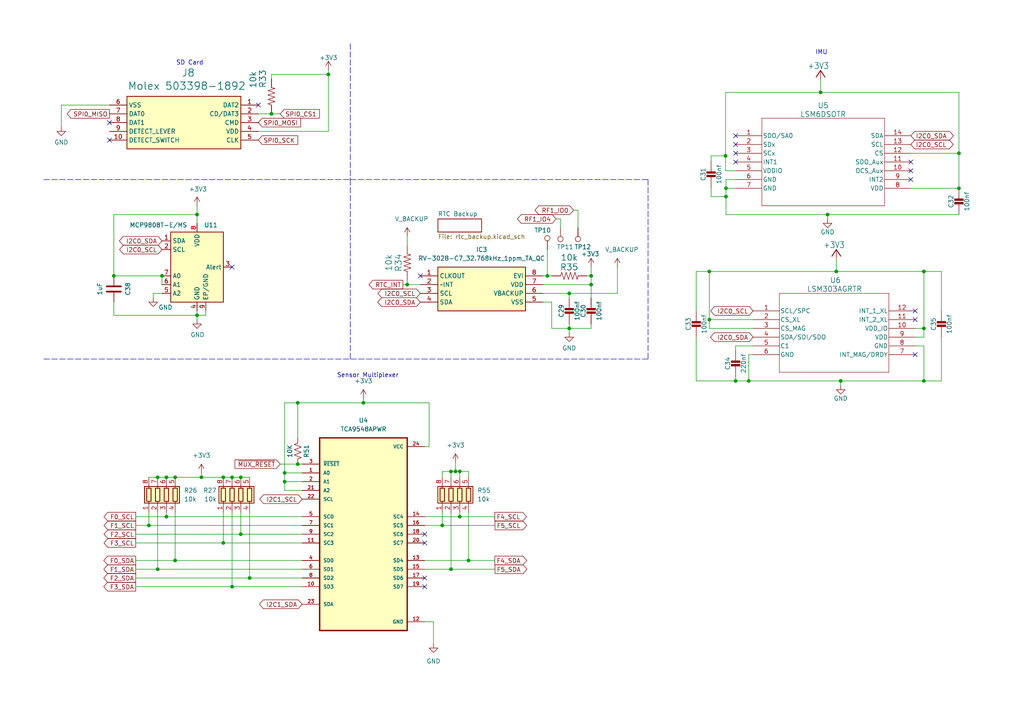
<source format=kicad_sch>
(kicad_sch (version 20231120) (generator "eeschema") (generator_version "8.0")
  (paper "A4")
  (lib_symbols
    (symbol "+3V3_1" (power) (pin_names (offset 0))
      (property "Value" "+3V3_1" (at 0 3.556 0))
      (symbol "+3V3_1_0_1"
        (polyline (pts (xy -0.762 1.27) (xy 0 2.54)))
        (polyline (pts (xy 0 0) (xy 0 2.54)))
        (polyline (pts (xy 0 2.54) (xy 0.762 1.27)))
      )
      (symbol "+3V3_1_1_1"
        (pin power_in line (at 0 0 90) (length 0) hide (name "+3V3") (number "1"))
      )
    )
    (symbol "Adafruit ItsyBitsy RP2040-eagle-import:+3V3" (power)
      (property "Value" "+3V3" (at -2.54 -5.08 90))
      (symbol "+3V3_1_0"
        (polyline (pts (xy 0 0) (xy -1.27 -1.905)) (stroke (width 0.254)))
        (polyline (pts (xy 1.27 -1.905) (xy 0 0)) (stroke (width 0.254)))
        (pin power_in line (at 0 -2.54 90) (length 2.54) (name "+3V3") (number "1"))
      )
    )
    (symbol "Adafruit ItsyBitsy RP2040-eagle-import:CAP_CERAMIC_0402NO"
      (property "Reference" "C" (at -2.29 1.25 90))
      (property "Value" "CAP_CERAMIC_0402NO" (at 2.3 1.25 90))
      (symbol "CAP_CERAMIC_0402NO_1_0"
        (rectangle (start -1.27 0.508) (end 1.27 1.016) (fill (type outline)))
        (rectangle (start -1.27 1.524) (end 1.27 2.032) (fill (type outline)))
        (polyline (pts (xy 0 0.762) (xy 0 0)) (stroke (width 0.1524)))
        (polyline (pts (xy 0 2.54) (xy 0 1.778)) (stroke (width 0.1524)))
        (pin passive line (at 0 5.08 270) (length 2.54) (name "1") (number "1"))
        (pin passive line (at 0 -2.54 90) (length 2.54) (name "2") (number "2"))
      )
    )
    (symbol "Connector:TestPoint" (pin_numbers hide) (pin_names (offset 0.762) hide)
      (property "Reference" "TP" (at 0 6.858 0))
      (property "Value" "TestPoint" (at 0 5.08 0))
      (symbol "TestPoint_0_1"
        (circle (center 0 3.302) (radius 0.762))
      )
      (symbol "TestPoint_1_1"
        (pin passive line (at 0 0 90) (length 2.54) (name "1") (number "1"))
      )
    )
    (symbol "Device:C" (pin_numbers hide) (pin_names (offset 0.254))
      (property "Reference" "C" (at 0.635 2.54 0))
      (property "Value" "C" (at 0.635 -2.54 0))
      (symbol "C_0_1"
        (polyline (pts (xy -2.032 -0.762) (xy 2.032 -0.762)) (stroke (width 0.508)))
        (polyline (pts (xy -2.032 0.762) (xy 2.032 0.762)) (stroke (width 0.508)))
      )
      (symbol "C_1_1"
        (pin passive line (at 0 3.81 270) (length 2.794) (name "~") (number "1"))
        (pin passive line (at 0 -3.81 90) (length 2.794) (name "~") (number "2"))
      )
    )
    (symbol "Device:R_Pack04" (pin_names (offset 0) hide)
      (property "Reference" "RN" (at -7.62 0 90))
      (property "Value" "R_Pack04" (at 5.08 0 90))
      (symbol "R_Pack04_0_1"
        (rectangle (start -6.35 -2.413) (end 3.81 2.413) (stroke (width 0.254)) (fill (type background)))
        (rectangle (start -5.715 1.905) (end -4.445 -1.905) (stroke (width 0.254)))
        (rectangle (start -3.175 1.905) (end -1.905 -1.905) (stroke (width 0.254)))
        (rectangle (start -0.635 1.905) (end 0.635 -1.905) (stroke (width 0.254)))
        (polyline (pts (xy -5.08 -2.54) (xy -5.08 -1.905)))
        (polyline (pts (xy -5.08 1.905) (xy -5.08 2.54)))
        (polyline (pts (xy -2.54 -2.54) (xy -2.54 -1.905)))
        (polyline (pts (xy -2.54 1.905) (xy -2.54 2.54)))
        (polyline (pts (xy 0 -2.54) (xy 0 -1.905)))
        (polyline (pts (xy 0 1.905) (xy 0 2.54)))
        (polyline (pts (xy 2.54 -2.54) (xy 2.54 -1.905)))
        (polyline (pts (xy 2.54 1.905) (xy 2.54 2.54)))
        (rectangle (start 1.905 1.905) (end 3.175 -1.905) (stroke (width 0.254)))
      )
      (symbol "R_Pack04_1_1"
        (pin passive line (at -5.08 -5.08 90) (length 2.54) (name "R1.1") (number "1"))
        (pin passive line (at -2.54 -5.08 90) (length 2.54) (name "R2.1") (number "2"))
        (pin passive line (at 0 -5.08 90) (length 2.54) (name "R3.1") (number "3"))
        (pin passive line (at 2.54 -5.08 90) (length 2.54) (name "R4.1") (number "4"))
        (pin passive line (at 2.54 5.08 270) (length 2.54) (name "R4.2") (number "5"))
        (pin passive line (at 0 5.08 270) (length 2.54) (name "R3.2") (number "6"))
        (pin passive line (at -2.54 5.08 270) (length 2.54) (name "R2.2") (number "7"))
        (pin passive line (at -5.08 5.08 270) (length 2.54) (name "R1.2") (number "8"))
      )
    )
    (symbol "Device:R_US" (pin_numbers hide) (pin_names (offset 0))
      (property "Reference" "R" (at 2.54 0 90))
      (property "Value" "R_US" (at -2.54 0 90))
      (symbol "R_US_0_1"
        (polyline (pts (xy 0 -2.286) (xy 0 -2.54)))
        (polyline (pts (xy 0 2.286) (xy 0 2.54)))
        (polyline (pts (xy 0 -0.762) (xy 1.016 -1.143) (xy 0 -1.524) (xy -1.016 -1.905) (xy 0 -2.286)))
        (polyline (pts (xy 0 0.762) (xy 1.016 0.381) (xy 0 0) (xy -1.016 -0.381) (xy 0 -0.762)))
        (polyline (pts (xy 0 2.286) (xy 1.016 1.905) (xy 0 1.524) (xy -1.016 1.143) (xy 0 0.762)))
      )
      (symbol "R_US_1_1"
        (pin passive line (at 0 3.81 270) (length 1.27) (name "~") (number "1"))
        (pin passive line (at 0 -3.81 90) (length 1.27) (name "~") (number "2"))
      )
    )
    (symbol "LSM303AGTR:LSM303AGRTR" (pin_names (offset 0.254))
      (property "Reference" "U6" (at 23.876 8.89 0))
      (property "Value" "LSM303AGRTR" (at 23.622 6.35 0))
      (symbol "LSM303AGRTR_0_1"
        (polyline (pts (xy 7.62 -17.78) (xy 39.37 -17.78)) (stroke (width 0.127)))
        (polyline (pts (xy 7.62 5.08) (xy 7.62 -17.78)) (stroke (width 0.127)))
        (polyline (pts (xy 39.37 -17.78) (xy 39.37 5.08)) (stroke (width 0.127)))
        (polyline (pts (xy 39.37 5.08) (xy 7.62 5.08)) (stroke (width 0.127)))
        (pin unspecified line (at 0 0 0) (length 7.62) (name "SCL/SPC") (number "1"))
        (pin power_in line (at 46.99 -5.08 180) (length 7.62) (name "VDD_IO") (number "10"))
        (pin unspecified line (at 46.99 -2.54 180) (length 7.62) (name "INT_2_XL") (number "11"))
        (pin unspecified line (at 46.99 0 180) (length 7.62) (name "INT_1_XL") (number "12"))
        (pin unspecified line (at 0 -2.54 0) (length 7.62) (name "CS_XL") (number "2"))
        (pin unspecified line (at 0 -5.08 0) (length 7.62) (name "CS_MAG") (number "3"))
        (pin unspecified line (at 0 -7.62 0) (length 7.62) (name "SDA/SDI/SDO") (number "4"))
        (pin unspecified line (at 0 -10.16 0) (length 7.62) (name "C1") (number "5"))
        (pin unspecified line (at 0 -12.7 0) (length 7.62) (name "GND") (number "6"))
        (pin bidirectional line (at 46.99 -12.7 180) (length 7.62) (name "INT_MAG/DRDY") (number "7"))
        (pin power_out line (at 46.99 -10.16 180) (length 7.62) (name "GND") (number "8"))
        (pin power_in line (at 46.99 -7.62 180) (length 7.62) (name "VDD") (number "9"))
      )
    )
    (symbol "LSM6DSOTR:LSM6DSOTR" (pin_names (offset 0.254))
      (property "Reference" "U" (at 25.4 10.16 0))
      (property "Value" "LSM6DSOTR" (at 25.4 7.62 0))
      (symbol "LSM6DSOTR_0_1"
        (polyline (pts (xy 7.62 -20.32) (xy 43.18 -20.32)) (stroke (width 0.127)))
        (polyline (pts (xy 7.62 5.08) (xy 7.62 -20.32)) (stroke (width 0.127)))
        (polyline (pts (xy 43.18 -20.32) (xy 43.18 5.08)) (stroke (width 0.127)))
        (polyline (pts (xy 43.18 5.08) (xy 7.62 5.08)) (stroke (width 0.127)))
        (pin bidirectional line (at 0 0 0) (length 7.62) (name "SDO/SA0") (number "1"))
        (pin bidirectional line (at 50.8 -10.16 180) (length 7.62) (name "OCS_Aux") (number "10"))
        (pin bidirectional line (at 50.8 -7.62 180) (length 7.62) (name "SDO_Aux") (number "11"))
        (pin input line (at 50.8 -5.08 180) (length 7.62) (name "CS") (number "12"))
        (pin input line (at 50.8 -2.54 180) (length 7.62) (name "SCL") (number "13"))
        (pin bidirectional line (at 50.8 0 180) (length 7.62) (name "SDA") (number "14"))
        (pin bidirectional line (at 0 -2.54 0) (length 7.62) (name "SDx") (number "2"))
        (pin bidirectional line (at 0 -5.08 0) (length 7.62) (name "SCx") (number "3"))
        (pin output line (at 0 -7.62 0) (length 7.62) (name "INT1") (number "4"))
        (pin power_in line (at 0 -10.16 0) (length 7.62) (name "VDDIO") (number "5"))
        (pin power_out line (at 0 -12.7 0) (length 7.62) (name "GND") (number "6"))
        (pin power_out line (at 0 -15.24 0) (length 7.62) (name "GND") (number "7"))
        (pin power_in line (at 50.8 -15.24 180) (length 7.62) (name "VDD") (number "8"))
        (pin output line (at 50.8 -12.7 180) (length 7.62) (name "INT2") (number "9"))
      )
    )
    (symbol "Molex 503398-1892:503398-1892"
      (property "Reference" "J" (at 39.37 7.62 0))
      (property "Value" "503398-1892" (at 39.37 5.08 0))
      (symbol "503398-1892_1_1"
        (rectangle (start 5.08 2.54) (end 38.1 -12.7) (stroke (width 0.254)) (fill (type background)))
        (pin passive line (at 0 0 0) (length 5.08) (name "DAT2") (number "1"))
        (pin passive line (at 43.18 -10.16 180) (length 5.08) (name "DETECT_SWITCH") (number "10"))
        (pin passive line (at 0 -2.54 0) (length 5.08) (name "CD/DAT3") (number "2"))
        (pin passive line (at 0 -5.08 0) (length 5.08) (name "CMD") (number "3"))
        (pin passive line (at 0 -7.62 0) (length 5.08) (name "VDD") (number "4"))
        (pin passive line (at 0 -10.16 0) (length 5.08) (name "CLK") (number "5"))
        (pin passive line (at 43.18 0 180) (length 5.08) (name "VSS") (number "6"))
        (pin passive line (at 43.18 -2.54 180) (length 5.08) (name "DAT0") (number "7"))
        (pin passive line (at 43.18 -5.08 180) (length 5.08) (name "DAT1") (number "8"))
        (pin passive line (at 43.18 -7.62 180) (length 5.08) (name "DETECT_LEVER") (number "9"))
      )
    )
    (symbol "RV-3028-C7:RV-3028-C7_32.768kHz_1ppm_TA_QC"
      (property "Reference" "IC" (at 31.75 7.62 0))
      (property "Value" "RV-3028-C7_32.768kHz_1ppm_TA_QC" (at 31.75 5.08 0))
      (symbol "RV-3028-C7_32.768kHz_1ppm_TA_QC_1_1"
        (rectangle (start 5.08 2.54) (end 30.48 -10.16) (stroke (width 0.254)) (fill (type background)))
        (pin passive line (at 0 0 0) (length 5.08) (name "CLKOUT") (number "1"))
        (pin passive line (at 0 -2.54 0) (length 5.08) (name "~INT") (number "2"))
        (pin passive line (at 0 -5.08 0) (length 5.08) (name "SCL") (number "3"))
        (pin passive line (at 0 -7.62 0) (length 5.08) (name "SDA") (number "4"))
        (pin passive line (at 35.56 -7.62 180) (length 5.08) (name "VSS") (number "5"))
        (pin passive line (at 35.56 -5.08 180) (length 5.08) (name "VBACKUP") (number "6"))
        (pin passive line (at 35.56 -2.54 180) (length 5.08) (name "VDD") (number "7"))
        (pin passive line (at 35.56 0 180) (length 5.08) (name "EVI") (number "8"))
      )
    )
    (symbol "Sensor_Temperature:MCP9808_DFN"
      (property "Reference" "U" (at -6.35 11.43 0))
      (property "Value" "MCP9808_DFN" (at 10.16 11.43 0))
      (symbol "MCP9808_DFN_0_1"
        (rectangle (start -7.62 10.16) (end 7.62 -10.16) (stroke (width 0.254)) (fill (type background)))
      )
      (symbol "MCP9808_DFN_1_1"
        (pin bidirectional line (at -10.16 7.62 0) (length 2.54) (name "SDA") (number "1"))
        (pin input line (at -10.16 5.08 0) (length 2.54) (name "SCL") (number "2"))
        (pin output line (at 10.16 0 180) (length 2.54) (name "Alert") (number "3"))
        (pin power_in line (at 0 -12.7 90) (length 2.54) (name "GND") (number "4"))
        (pin input line (at -10.16 -7.62 0) (length 2.54) (name "A2") (number "5"))
        (pin input line (at -10.16 -5.08 0) (length 2.54) (name "A1") (number "6"))
        (pin input line (at -10.16 -2.54 0) (length 2.54) (name "A0") (number "7"))
        (pin power_in line (at 0 12.7 270) (length 2.54) (name "VDD") (number "8"))
        (pin power_in line (at 2.54 -12.7 90) (length 2.54) (name "EP/GND") (number "9"))
      )
    )
    (symbol "TCA9548APWR:TCA9548APWR" (pin_names (offset 1.016))
      (property "Reference" "U" (at -12.7 28.9306 0))
      (property "Value" "TCA9548APWR" (at -12.7 -31.9278 0))
      (symbol "TCA9548APWR_0_0"
        (rectangle (start -12.7 -27.94) (end 12.7 27.94) (stroke (width 0.4064)) (fill (type background)))
        (pin input line (at -17.78 17.78 0) (length 5.08) (name "A0") (number "1"))
        (pin bidirectional line (at -17.78 -15.24 0) (length 5.08) (name "SD3") (number "10"))
        (pin bidirectional line (at -17.78 -2.54 0) (length 5.08) (name "SC3") (number "11"))
        (pin power_in line (at 17.78 -25.4 180) (length 5.08) (name "GND") (number "12"))
        (pin bidirectional line (at 17.78 -7.62 180) (length 5.08) (name "SD4") (number "13"))
        (pin bidirectional line (at 17.78 5.08 180) (length 5.08) (name "SC4") (number "14"))
        (pin bidirectional line (at 17.78 -10.16 180) (length 5.08) (name "SD5") (number "15"))
        (pin bidirectional line (at 17.78 2.54 180) (length 5.08) (name "SC5") (number "16"))
        (pin bidirectional line (at 17.78 -12.7 180) (length 5.08) (name "SD6") (number "17"))
        (pin bidirectional line (at 17.78 0 180) (length 5.08) (name "SC6") (number "18"))
        (pin bidirectional line (at 17.78 -15.24 180) (length 5.08) (name "SD7") (number "19"))
        (pin input line (at -17.78 15.24 0) (length 5.08) (name "A1") (number "2"))
        (pin bidirectional line (at 17.78 -2.54 180) (length 5.08) (name "SC7") (number "20"))
        (pin input line (at -17.78 12.7 0) (length 5.08) (name "A2") (number "21"))
        (pin input line (at -17.78 10.16 0) (length 5.08) (name "SCL") (number "22"))
        (pin bidirectional line (at -17.78 -20.32 0) (length 5.08) (name "SDA") (number "23"))
        (pin power_in line (at 17.78 25.4 180) (length 5.08) (name "VCC") (number "24"))
        (pin input line (at -17.78 20.32 0) (length 5.08) (name "~{RESET}") (number "3"))
        (pin bidirectional line (at -17.78 -7.62 0) (length 5.08) (name "SD0") (number "4"))
        (pin bidirectional line (at -17.78 5.08 0) (length 5.08) (name "SC0") (number "5"))
        (pin bidirectional line (at -17.78 -10.16 0) (length 5.08) (name "SD1") (number "6"))
        (pin bidirectional line (at -17.78 2.54 0) (length 5.08) (name "SC1") (number "7"))
        (pin bidirectional line (at -17.78 -12.7 0) (length 5.08) (name "SD2") (number "8"))
        (pin bidirectional line (at -17.78 0 0) (length 5.08) (name "SC2") (number "9"))
      )
    )
    (symbol "mainboard:RESISTOR0603" (pin_names (offset 1.016))
      (property "Reference" "R" (at 0 1.524 0))
      (property "Value" "RESISTOR0603" (at 0 -1.524 0))
      (symbol "RESISTOR0603_1_0"
        (polyline (pts (xy -2.54 0) (xy -2.159 1.016)))
        (polyline (pts (xy -2.159 1.016) (xy -1.524 -1.016)))
        (polyline (pts (xy -1.524 -1.016) (xy -0.889 1.016)))
        (polyline (pts (xy -0.889 1.016) (xy -0.254 -1.016)))
        (polyline (pts (xy -0.254 -1.016) (xy 0.381 1.016)))
        (polyline (pts (xy 0.381 1.016) (xy 1.016 -1.016)))
        (polyline (pts (xy 1.016 -1.016) (xy 1.651 1.016)))
        (polyline (pts (xy 1.651 1.016) (xy 2.286 -1.016)))
        (polyline (pts (xy 2.286 -1.016) (xy 2.54 0)))
        (pin passive line (at -5.08 0 0) (length 2.54) (name "1") (number "1"))
        (pin passive line (at 5.08 0 180) (length 2.54) (name "2") (number "2"))
      )
    )
    (symbol "power:+3V3" (power) (pin_names (offset 0))
      (property "Value" "+3V3" (at 0 3.556 0))
      (symbol "+3V3_0_1"
        (polyline (pts (xy -0.762 1.27) (xy 0 2.54)))
        (polyline (pts (xy 0 0) (xy 0 2.54)))
        (polyline (pts (xy 0 2.54) (xy 0.762 1.27)))
      )
      (symbol "+3V3_1_1"
        (pin power_in line (at 0 0 90) (length 0) hide (name "+3V3") (number "1"))
      )
    )
    (symbol "power:GND" (power) (pin_names (offset 0))
      (property "Value" "GND" (at 0 -3.81 0))
      (symbol "GND_0_1"
        (polyline (pts (xy 0 0) (xy 0 -1.27) (xy 1.27 -1.27) (xy 0 -2.54) (xy -1.27 -1.27) (xy 0 -1.27)))
      )
      (symbol "GND_1_1"
        (pin power_in line (at 0 0 270) (length 0) hide (name "GND") (number "1"))
      )
    )
    (symbol "power:VCC" (power) (pin_numbers hide) (pin_names (offset 0) hide)
      (property "Value" "VCC" (at 0 3.556 0))
      (symbol "VCC_0_1"
        (polyline (pts (xy -0.762 1.27) (xy 0 2.54)))
        (polyline (pts (xy 0 0) (xy 0 2.54)))
        (polyline (pts (xy 0 2.54) (xy 0.762 1.27)))
      )
      (symbol "VCC_1_1"
        (pin power_in line (at 0 0 90) (length 0) (name "~") (number "1"))
      )
    )
    (symbol "solar-panel-side-Z-rescue:+3.3V-power" (power) (pin_names (offset 0))
      (property "Value" "+3.3V-power" (at 0 3.556 0))
      (symbol "+3.3V-power_0_1"
        (polyline (pts (xy -0.762 1.27) (xy 0 2.54)))
        (polyline (pts (xy 0 0) (xy 0 2.54)))
        (polyline (pts (xy 0 2.54) (xy 0.762 1.27)))
      )
      (symbol "+3.3V-power_1_1"
        (pin power_in line (at 0 0 90) (length 0) hide (name "+3V3") (number "1"))
      )
    )
  )
  (junction (at 57.15 91.44))
  (junction (at 217.17 110.49))
  (junction (at 130.81 165.1))
  (junction (at 48.26 138.43))
  (junction (at 118.11 82.55))
  (junction (at 205.74 92.71))
  (junction (at 210.566 54.61))
  (junction (at 133.35 149.86))
  (junction (at 33.02 80.01))
  (junction (at 82.55 139.7))
  (junction (at 165.1 95.25))
  (junction (at 86.36 134.62))
  (junction (at 128.27 152.4))
  (junction (at 64.77 138.43))
  (junction (at 267.97 78.74))
  (junction (at 210.439 45.212))
  (junction (at 78.74 33.02))
  (junction (at 267.97 95.25))
  (junction (at 45.72 165.1))
  (junction (at 45.72 138.43))
  (junction (at 86.36 116.84))
  (junction (at 278.13 54.61))
  (junction (at 50.8 162.56))
  (junction (at 69.85 154.94))
  (junction (at 82.55 137.16))
  (junction (at 210.566 57.023))
  (junction (at 278.13 44.45))
  (junction (at 67.31 170.18))
  (junction (at 242.57 78.74))
  (junction (at 64.77 157.48))
  (junction (at 95.25 21.59))
  (junction (at 240.03 62.23))
  (junction (at 105.41 116.84))
  (junction (at 72.39 167.64))
  (junction (at 158.75 80.01))
  (junction (at 205.74 78.74))
  (junction (at 267.97 110.49))
  (junction (at 57.15 62.23))
  (junction (at 46.99 80.01))
  (junction (at 69.85 138.43))
  (junction (at 48.26 149.86))
  (junction (at 135.89 162.56))
  (junction (at 237.998 26.797))
  (junction (at 171.45 82.55))
  (junction (at 213.36 110.49))
  (junction (at 67.31 138.43))
  (junction (at 58.42 138.43))
  (junction (at 165.1 85.09))
  (junction (at 50.8 138.43))
  (junction (at 43.18 152.4))
  (junction (at 133.35 136.7282))
  (junction (at 132.1308 136.7282))
  (junction (at 130.81 136.7536))
  (junction (at 171.45 80.01))
  (junction (at 243.84 110.49))
  (no_connect (at 265.43 92.71))
  (no_connect (at 31.75 35.56))
  (no_connect (at 123.19 157.48))
  (no_connect (at 123.19 167.64))
  (no_connect (at 67.31 77.47))
  (no_connect (at 264.16 52.07))
  (no_connect (at 213.36 44.45))
  (no_connect (at 121.92 80.01))
  (no_connect (at 264.16 46.99))
  (no_connect (at 265.43 102.87))
  (no_connect (at 123.19 170.18))
  (no_connect (at 264.16 49.53))
  (no_connect (at 213.36 41.91))
  (no_connect (at 74.93 30.48))
  (no_connect (at 213.36 46.99))
  (no_connect (at 265.43 90.17))
  (no_connect (at 31.75 40.64))
  (no_connect (at 213.36 39.37))
  (no_connect (at 123.19 154.94))
  (polyline (pts (xy 12.7 52.07) (xy 101.6 52.07)) (stroke (width 0) (type dash)))
  (wire (pts (xy 210.439 45.212) (xy 210.439 26.797)))
  (wire (pts (xy 240.03 62.23) (xy 240.03 63.5)))
  (wire (pts (xy 123.19 152.4) (xy 128.27 152.4)))
  (wire (pts (xy 205.74 78.74) (xy 242.57 78.74)))
  (wire (pts (xy 162.56 63.5) (xy 162.56 66.04)))
  (wire (pts (xy 59.69 90.17) (xy 59.69 91.44)))
  (wire (pts (xy 210.566 62.23) (xy 240.03 62.23)))
  (wire (pts (xy 33.02 62.23) (xy 33.02 80.01)))
  (wire (pts (xy 217.17 102.87) (xy 217.17 110.49)))
  (wire (pts (xy 267.97 110.49) (xy 273.05 110.49)))
  (wire (pts (xy 58.42 138.43) (xy 58.42 137.16)))
  (wire (pts (xy 170.18 80.01) (xy 171.45 80.01)))
  (wire (pts (xy 210.566 54.61) (xy 213.36 54.61)))
  (wire (pts (xy 130.81 148.59) (xy 130.81 165.1)))
  (wire (pts (xy 158.75 80.01) (xy 160.02 80.01)))
  (wire (pts (xy 39.37 170.18) (xy 67.31 170.18)))
  (wire (pts (xy 128.27 152.4) (xy 143.5608 152.4)))
  (wire (pts (xy 278.13 26.797) (xy 278.13 44.45)))
  (wire (pts (xy 43.18 148.59) (xy 43.18 152.4)))
  (wire (pts (xy 160.02 95.25) (xy 160.02 87.63)))
  (wire (pts (xy 240.03 62.23) (xy 278.13 62.23)))
  (wire (pts (xy 39.37 165.1) (xy 45.72 165.1)))
  (wire (pts (xy 95.25 21.59) (xy 78.74 21.59)))
  (wire (pts (xy 95.25 21.59) (xy 95.25 38.1)))
  (wire (pts (xy 48.26 148.59) (xy 48.26 149.86)))
  (wire (pts (xy 67.31 148.59) (xy 67.31 170.18)))
  (wire (pts (xy 130.81 165.1) (xy 143.5608 165.1)))
  (wire (pts (xy 206.248 45.212) (xy 210.439 45.212)))
  (wire (pts (xy 118.11 82.55) (xy 121.92 82.55)))
  (wire (pts (xy 39.37 152.4) (xy 43.18 152.4)))
  (wire (pts (xy 33.02 80.01) (xy 46.99 80.01)))
  (wire (pts (xy 39.37 167.64) (xy 72.39 167.64)))
  (wire (pts (xy 213.36 109.22) (xy 213.36 110.49)))
  (wire (pts (xy 158.75 72.39) (xy 158.75 80.01)))
  (wire (pts (xy 72.39 148.59) (xy 72.39 167.64)))
  (wire (pts (xy 116.84 82.55) (xy 118.11 82.55)))
  (wire (pts (xy 264.16 41.91) (xy 264.287 41.91)))
  (wire (pts (xy 50.8 162.56) (xy 87.63 162.56)))
  (wire (pts (xy 48.26 149.86) (xy 87.63 149.86)))
  (wire (pts (xy 210.439 26.797) (xy 237.998 26.797)))
  (wire (pts (xy 82.55 116.84) (xy 82.55 137.16)))
  (wire (pts (xy 267.97 95.25) (xy 267.97 97.79)))
  (wire (pts (xy 72.39 167.64) (xy 87.63 167.64)))
  (polyline (pts (xy 187.96 52.07) (xy 187.96 104.14)) (stroke (width 0) (type dash)))
  (wire (pts (xy 237.998 22.987) (xy 237.998 26.797)))
  (wire (pts (xy 82.55 142.24) (xy 87.63 142.24)))
  (wire (pts (xy 273.05 97.79) (xy 273.05 110.49)))
  (wire (pts (xy 218.44 102.87) (xy 217.17 102.87)))
  (wire (pts (xy 82.55 116.84) (xy 86.36 116.84)))
  (wire (pts (xy 205.74 92.71) (xy 218.44 92.71)))
  (wire (pts (xy 210.566 57.023) (xy 210.566 62.23)))
  (wire (pts (xy 157.48 82.55) (xy 171.45 82.55)))
  (wire (pts (xy 165.1 93.98) (xy 165.1 95.25)))
  (wire (pts (xy 43.18 152.4) (xy 87.63 152.4)))
  (wire (pts (xy 273.05 90.17) (xy 273.05 78.74)))
  (wire (pts (xy 165.1 96.52) (xy 165.1 95.25)))
  (wire (pts (xy 205.74 78.74) (xy 205.74 92.71)))
  (wire (pts (xy 213.36 110.49) (xy 217.17 110.49)))
  (wire (pts (xy 218.44 95.25) (xy 205.74 95.25)))
  (wire (pts (xy 237.998 26.797) (xy 278.13 26.797)))
  (wire (pts (xy 69.85 154.94) (xy 87.63 154.94)))
  (wire (pts (xy 69.85 138.43) (xy 67.31 138.43)))
  (wire (pts (xy 48.26 138.43) (xy 50.8 138.43)))
  (wire (pts (xy 72.39 138.43) (xy 69.85 138.43)))
  (wire (pts (xy 264.16 44.45) (xy 278.13 44.45)))
  (wire (pts (xy 78.74 21.59) (xy 78.74 22.86)))
  (wire (pts (xy 105.41 116.84) (xy 86.36 116.84)))
  (wire (pts (xy 242.57 74.93) (xy 242.57 78.74)))
  (wire (pts (xy 125.73 180.34) (xy 125.73 186.69)))
  (polyline (pts (xy 12.7 104.14) (xy 101.6 104.14)) (stroke (width 0) (type dash)))
  (wire (pts (xy 128.27 148.59) (xy 128.27 152.4)))
  (wire (pts (xy 78.74 33.02) (xy 81.28 33.02)))
  (wire (pts (xy 135.89 138.43) (xy 135.89 136.7282)))
  (wire (pts (xy 210.439 49.53) (xy 210.439 45.212)))
  (wire (pts (xy 265.43 100.33) (xy 267.97 100.33)))
  (wire (pts (xy 201.93 97.79) (xy 201.93 110.49)))
  (wire (pts (xy 17.78 30.48) (xy 17.78 36.83)))
  (wire (pts (xy 45.72 138.43) (xy 48.26 138.43)))
  (wire (pts (xy 33.02 91.44) (xy 57.15 91.44)))
  (wire (pts (xy 39.37 149.86) (xy 48.26 149.86)))
  (wire (pts (xy 123.19 165.1) (xy 130.81 165.1)))
  (polyline (pts (xy 101.6 52.07) (xy 187.96 52.07)) (stroke (width 0) (type dash)))
  (wire (pts (xy 130.81 136.7536) (xy 132.1308 136.7536)))
  (wire (pts (xy 105.41 115.57) (xy 105.41 116.84)))
  (wire (pts (xy 210.566 52.07) (xy 210.566 54.61)))
  (wire (pts (xy 57.15 59.69) (xy 57.15 62.23)))
  (wire (pts (xy 205.74 92.71) (xy 205.74 95.25)))
  (wire (pts (xy 132.1308 134.2136) (xy 132.1308 136.7282)))
  (wire (pts (xy 264.16 54.61) (xy 278.13 54.61)))
  (wire (pts (xy 201.93 78.74) (xy 201.93 90.17)))
  (wire (pts (xy 133.35 138.43) (xy 133.35 136.7282)))
  (wire (pts (xy 128.27 138.43) (xy 128.27 136.7536)))
  (wire (pts (xy 213.36 100.33) (xy 218.44 100.33)))
  (wire (pts (xy 57.15 91.44) (xy 57.15 92.71)))
  (wire (pts (xy 67.31 170.18) (xy 87.63 170.18)))
  (wire (pts (xy 81.28 134.62) (xy 86.36 134.62)))
  (wire (pts (xy 123.19 149.86) (xy 133.35 149.86)))
  (wire (pts (xy 171.45 82.55) (xy 171.45 80.01)))
  (wire (pts (xy 201.93 78.74) (xy 205.74 78.74)))
  (wire (pts (xy 45.72 165.1) (xy 87.63 165.1)))
  (wire (pts (xy 135.89 148.59) (xy 135.89 162.56)))
  (wire (pts (xy 217.17 110.49) (xy 243.84 110.49)))
  (wire (pts (xy 157.48 80.01) (xy 158.75 80.01)))
  (polyline (pts (xy 187.96 104.14) (xy 101.6 104.14)) (stroke (width 0) (type dash)))
  (wire (pts (xy 213.36 52.07) (xy 210.566 52.07)))
  (wire (pts (xy 123.19 162.56) (xy 135.89 162.56)))
  (polyline (pts (xy 101.6 12.7) (xy 101.6 52.07)) (stroke (width 0) (type dash)))
  (wire (pts (xy 135.89 162.56) (xy 143.51 162.56)))
  (wire (pts (xy 82.55 137.16) (xy 82.55 139.7)))
  (wire (pts (xy 210.566 54.61) (xy 210.566 57.023)))
  (wire (pts (xy 243.84 110.49) (xy 243.84 111.76)))
  (wire (pts (xy 213.36 101.6) (xy 213.36 100.33)))
  (wire (pts (xy 267.97 100.33) (xy 267.97 110.49)))
  (wire (pts (xy 128.27 136.7536) (xy 130.81 136.7536)))
  (wire (pts (xy 171.45 80.01) (xy 171.45 77.47)))
  (wire (pts (xy 46.99 85.09) (xy 44.45 85.09)))
  (wire (pts (xy 160.02 95.25) (xy 165.1 95.25)))
  (wire (pts (xy 201.93 110.49) (xy 213.36 110.49)))
  (wire (pts (xy 124.46 116.84) (xy 124.46 129.54)))
  (wire (pts (xy 133.35 136.7282) (xy 132.1308 136.7282)))
  (wire (pts (xy 39.37 154.94) (xy 69.85 154.94)))
  (wire (pts (xy 124.46 116.84) (xy 105.41 116.84)))
  (wire (pts (xy 160.02 87.63) (xy 157.48 87.63)))
  (wire (pts (xy 206.248 54.356) (xy 206.248 57.023)))
  (wire (pts (xy 123.19 180.34) (xy 125.73 180.34)))
  (wire (pts (xy 123.19 129.54) (xy 124.46 129.54)))
  (wire (pts (xy 165.1 85.09) (xy 179.07 85.09)))
  (wire (pts (xy 46.99 80.01) (xy 46.99 82.55)))
  (wire (pts (xy 118.11 68.58) (xy 118.11 71.12)))
  (wire (pts (xy 64.77 157.48) (xy 87.63 157.48)))
  (wire (pts (xy 33.02 91.44) (xy 33.02 87.63)))
  (wire (pts (xy 39.37 162.56) (xy 50.8 162.56)))
  (wire (pts (xy 213.36 49.53) (xy 210.439 49.53)))
  (wire (pts (xy 167.64 60.96) (xy 167.64 66.04)))
  (wire (pts (xy 57.15 91.44) (xy 57.15 90.17)))
  (wire (pts (xy 265.43 97.79) (xy 267.97 97.79)))
  (wire (pts (xy 161.29 63.5) (xy 162.56 63.5)))
  (wire (pts (xy 39.37 157.48) (xy 64.77 157.48)))
  (wire (pts (xy 74.93 38.1) (xy 95.25 38.1)))
  (wire (pts (xy 171.45 82.55) (xy 171.45 86.36)))
  (wire (pts (xy 44.45 85.09) (xy 44.45 86.36)))
  (wire (pts (xy 57.15 62.23) (xy 57.15 64.77)))
  (polyline (pts (xy 101.6 52.07) (xy 101.6 104.14)) (stroke (width 0) (type dash)))
  (wire (pts (xy 64.77 148.59) (xy 64.77 157.48)))
  (wire (pts (xy 69.85 148.59) (xy 69.85 154.94)))
  (wire (pts (xy 206.248 57.023) (xy 210.566 57.023)))
  (wire (pts (xy 118.11 81.28) (xy 118.11 82.55)))
  (wire (pts (xy 133.35 149.86) (xy 143.51 149.86)))
  (wire (pts (xy 50.8 138.43) (xy 58.42 138.43)))
  (wire (pts (xy 43.18 138.43) (xy 45.72 138.43)))
  (wire (pts (xy 74.93 33.02) (xy 78.74 33.02)))
  (wire (pts (xy 59.69 91.44) (xy 57.15 91.44)))
  (wire (pts (xy 86.36 134.62) (xy 87.63 134.62)))
  (wire (pts (xy 166.37 60.96) (xy 167.64 60.96)))
  (wire (pts (xy 157.48 85.09) (xy 165.1 85.09)))
  (wire (pts (xy 82.55 139.7) (xy 82.55 142.24)))
  (wire (pts (xy 267.97 95.25) (xy 267.97 78.74)))
  (wire (pts (xy 165.1 85.09) (xy 165.1 86.36)))
  (wire (pts (xy 31.75 30.48) (xy 17.78 30.48)))
  (wire (pts (xy 135.89 136.7282) (xy 133.35 136.7282)))
  (wire (pts (xy 278.13 44.45) (xy 278.13 54.61)))
  (wire (pts (xy 265.43 95.25) (xy 267.97 95.25)))
  (wire (pts (xy 82.55 137.16) (xy 87.63 137.16)))
  (wire (pts (xy 67.31 138.43) (xy 64.77 138.43)))
  (wire (pts (xy 243.84 110.49) (xy 267.97 110.49)))
  (wire (pts (xy 95.25 20.32) (xy 95.25 21.59)))
  (wire (pts (xy 86.36 116.84) (xy 86.36 127)))
  (wire (pts (xy 179.07 85.09) (xy 179.07 77.47)))
  (wire (pts (xy 45.72 148.59) (xy 45.72 165.1)))
  (wire (pts (xy 206.248 46.736) (xy 206.248 45.212)))
  (wire (pts (xy 132.1308 136.7282) (xy 132.1308 136.7536)))
  (wire (pts (xy 58.42 138.43) (xy 64.77 138.43)))
  (wire (pts (xy 82.55 139.7) (xy 87.63 139.7)))
  (wire (pts (xy 33.02 62.23) (xy 57.15 62.23)))
  (wire (pts (xy 50.8 148.59) (xy 50.8 162.56)))
  (wire (pts (xy 171.45 95.25) (xy 165.1 95.25)))
  (wire (pts (xy 273.05 78.74) (xy 267.97 78.74)))
  (wire (pts (xy 171.45 93.98) (xy 171.45 95.25)))
  (wire (pts (xy 133.35 148.59) (xy 133.35 149.86)))
  (wire (pts (xy 130.81 136.7536) (xy 130.81 138.43)))
  (wire (pts (xy 264.16 39.37) (xy 264.287 39.37)))
  (wire (pts (xy 242.57 78.74) (xy 267.97 78.74)))
  (text "SD Card" (at 51.054 19.05 0) (effects (font (size 1.27 1.27)) (justify left bottom)))
  (text "IMU\n" (at 236.474 16.002 0) (effects (font (size 1.27 1.27)) (justify left bottom)))
  (text "Sensor Multiplexer" (at 106.68 108.966 0) (effects (font (size 1.27 1.27))))
  (global_label "F4_SDA" (shape output) (at 143.51 162.56 0) (property "Intersheetrefs" "${INTERSHEET_REFS}" (effects (hide yes))))
  (global_label "RF1_IO4" (shape bidirectional) (at 161.29 63.5 180) (property "Intersheetrefs" "${INTERSHEET_REFS}" (effects (hide yes))))
  (global_label "F4_SCL" (shape output) (at 143.51 149.86 0) (property "Intersheetrefs" "${INTERSHEET_REFS}" (effects (hide yes))))
  (global_label "SPI0_SCK" (shape input) (at 74.93 40.64 0) (property "Intersheetrefs" "${INTERSHEET_REFS}" (effects (hide yes))))
  (global_label "F5_SCL" (shape output) (at 143.5608 152.4 0) (property "Intersheetrefs" "${INTERSHEET_REFS}" (effects (hide yes))))
  (global_label "F1_SCL" (shape output) (at 39.37 152.4 180) (property "Intersheetrefs" "${INTERSHEET_REFS}" (effects (hide yes))))
  (global_label "I2C0_SCL" (shape bidirectional) (at 46.99 72.39 180) (property "Intersheetrefs" "${INTERSHEET_REFS}" (effects (hide yes))))
  (global_label "F0_SDA" (shape output) (at 39.37 162.56 180) (property "Intersheetrefs" "${INTERSHEET_REFS}" (effects (hide yes))))
  (global_label "F2_SCL" (shape output) (at 39.37 154.94 180) (property "Intersheetrefs" "${INTERSHEET_REFS}" (effects (hide yes))))
  (global_label "F1_SDA" (shape output) (at 39.37 165.1 180) (property "Intersheetrefs" "${INTERSHEET_REFS}" (effects (hide yes))))
  (global_label "I2C0_SCL" (shape bidirectional) (at 218.44 90.17 180) (property "Intersheetrefs" "${INTERSHEET_REFS}" (effects (hide yes))))
  (global_label "SPI0_CS1" (shape input) (at 81.28 33.02 0) (property "Intersheetrefs" "${INTERSHEET_REFS}" (effects (hide yes))))
  (global_label "F2_SDA" (shape output) (at 39.37 167.64 180) (property "Intersheetrefs" "${INTERSHEET_REFS}" (effects (hide yes))))
  (global_label "I2C0_SDA" (shape bidirectional) (at 218.44 97.79 180) (property "Intersheetrefs" "${INTERSHEET_REFS}" (effects (hide yes))))
  (global_label "F3_SDA" (shape output) (at 39.37 170.18 180) (property "Intersheetrefs" "${INTERSHEET_REFS}" (effects (hide yes))))
  (global_label "F5_SDA" (shape output) (at 143.5608 165.1 0) (property "Intersheetrefs" "${INTERSHEET_REFS}" (effects (hide yes))))
  (global_label "I2C1_SDA" (shape bidirectional) (at 87.63 175.26 180) (property "Intersheetrefs" "${INTERSHEET_REFS}" (effects (hide yes))))
  (global_label "F0_SCL" (shape output) (at 39.37 149.86 180) (property "Intersheetrefs" "${INTERSHEET_REFS}" (effects (hide yes))))
  (global_label "SPI0_MISO" (shape output) (at 31.75 33.02 180) (property "Intersheetrefs" "${INTERSHEET_REFS}" (effects (hide yes))))
  (global_label "I2C0_SDA" (shape bidirectional) (at 264.16 39.37 0) (property "Intersheetrefs" "${INTERSHEET_REFS}" (effects (hide yes))))
  (global_label "I2C0_SCL" (shape bidirectional) (at 121.92 85.09 180) (property "Intersheetrefs" "${INTERSHEET_REFS}" (effects (hide yes))))
  (global_label "RTC_INT" (shape output) (at 116.84 82.55 180) (property "Intersheetrefs" "${INTERSHEET_REFS}" (effects (hide yes))))
  (global_label "I2C0_SDA" (shape bidirectional) (at 46.99 69.85 180) (property "Intersheetrefs" "${INTERSHEET_REFS}" (effects (hide yes))))
  (global_label "I2C0_SDA" (shape bidirectional) (at 121.92 87.63 180) (property "Intersheetrefs" "${INTERSHEET_REFS}" (effects (hide yes))))
  (global_label "SPI0_MOSI" (shape input) (at 74.93 35.56 0) (property "Intersheetrefs" "${INTERSHEET_REFS}" (effects (hide yes))))
  (global_label "F3_SCL" (shape output) (at 39.37 157.48 180) (property "Intersheetrefs" "${INTERSHEET_REFS}" (effects (hide yes))))
  (global_label "~{MUX_RESET}" (shape input) (at 81.28 134.62 180) (property "Intersheetrefs" "${INTERSHEET_REFS}" (effects (hide yes))))
  (global_label "I2C1_SCL" (shape bidirectional) (at 87.63 144.78 180) (property "Intersheetrefs" "${INTERSHEET_REFS}" (effects (hide yes))))
  (global_label "RF1_IO0" (shape bidirectional) (at 166.37 60.96 180) (property "Intersheetrefs" "${INTERSHEET_REFS}" (effects (hide yes))))
  (global_label "I2C0_SCL" (shape bidirectional) (at 264.16 41.91 0) (property "Intersheetrefs" "${INTERSHEET_REFS}" (effects (hide yes))))
  (symbol (lib_id "power:+3V3") (at 105.41 115.57 0) (unit 1)
    (property "Reference" "#PWR044" (effects (hide yes)))
    (property "Value" "+3V3" (at 105.41 110.49 0))
  )
  (symbol (lib_id "power:GND") (at 17.78 36.83 0) (unit 1)
    (property "Reference" "#PWR059" (effects (hide yes)))
    (property "Value" "GND" (at 17.78 41.2734 0))
  )
  (symbol (lib_id "Device:R_US") (at 86.36 130.81 0) (mirror y) (unit 1)
    (property "Reference" "R51" (at 88.9 128.905 90) (effects (justify right)))
    (property "Value" "10K" (at 84.074 128.905 90) (effects (justify right)))
    (property "Footprint" "Resistor_SMD:R_0603_1608Metric" (effects (hide yes)))
    (property "Description" "100K 0603" (effects (hide yes)))
  )
  (symbol (lib_id "Sensor_Temperature:MCP9808_DFN") (at 57.15 77.47 0) (unit 1)
    (property "Reference" "U11" (at 59.182 65.278 0) (effects (justify left)))
    (property "Value" "MCP9808T-E/MS" (at 37.592 65.278 0) (effects (justify left)))
    (property "Footprint" "Package_SO:MSOP-8-1EP_3x3mm_P0.65mm_EP1.5x1.8mm_ThermalVias" (effects (hide yes)))
    (property "Datasheet" "http://ww1.microchip.com/downloads/en/DeviceDoc/MCP9808-0.5C-Maximum-Accuracy-Digital-Temperature-Sensor-Data-Sheet-DS20005095B.pdf" (effects (hide yes)))
  )
  (symbol (lib_id "Adafruit ItsyBitsy RP2040-eagle-import:CAP_CERAMIC_0402NO") (at 213.36 106.68 0) (unit 1)
    (property "Reference" "C34" (at 211.07 105.43 90))
    (property "Value" "220nf" (at 215.66 105.43 90))
    (property "Footprint" "Capacitor_SMD:C_0402_1005Metric" (effects (hide yes)))
  )
  (symbol (lib_id "Molex 503398-1892:503398-1892") (at 74.93 30.48 0) (mirror y) (unit 1)
    (property "Reference" "J8" (at 56.642 22.352 0) (effects (font (size 2.159 2.159)) (justify left bottom)))
    (property "Value" "Molex 503398-1892" (at 71.374 26.162 0) (effects (font (size 2.159 2.159)) (justify left bottom)))
    (property "Footprint" "503398-1892-1" (effects (hide yes)))
    (property "Datasheet" "http://www.molex.com/webdocs/datasheets/pdf/en-us//5033981892_MEMORY_CARD_SOCKET.pdf" (effects (hide yes)))
    (property "Description" "MicroSD SMT Push-Push 1.28mm height MicroSD SMT Push-Push 1.28mm height" (effects (hide yes)))
    (property "Flight" "5031821852" (effects (hide yes)))
    (property "Manufacturer_Name" "Molex" (effects (hide yes)))
    (property "Manufacturer_Part_Number" "503398-1892" (effects (hide yes)))
    (property "Proto" "5031821852" (effects (hide yes)))
    (property "Mouser Part Number" "538-503398-1892" (effects (hide yes)))
    (property "Mouser Price/Stock" "https://www.mouser.co.uk/ProductDetail/Molex/503398-1892?qs=b0v8CoHHvSMxV%252BW12iKaSg%3D%3D" (effects (hide yes)))
  )
  (symbol (lib_id "mainboard:RESISTOR0603") (at 118.11 76.2 90) (unit 1)
    (property "Reference" "R34" (at 116.586 76.2 0) (effects (font (size 1.778 1.778)) (justify bottom)))
    (property "Value" "10k" (at 111.76 76.2 0) (effects (font (size 1.778 1.778)) (justify top)))
    (property "Footprint" "Resistor_SMD:R_0603_1608Metric" (effects (hide yes)))
    (property "Description" "100K 0603" (effects (hide yes)))
  )
  (symbol (lib_id "LSM6DSOTR:LSM6DSOTR") (at 213.36 39.37 0) (unit 1)
    (property "Reference" "U5" (at 238.76 30.607 0) (effects (font (size 1.524 1.524))))
    (property "Value" "LSM6DSOTR" (at 238.76 33.147 0) (effects (font (size 1.524 1.524))))
    (property "Footprint" "Package_LGA:LGA-14_3x2.5mm_P0.5mm_LayoutBorder3x4y" (effects (hide yes)))
    (property "Datasheet" "LSM6DSOTR" (effects (hide yes)))
  )
  (symbol (lib_id "Adafruit ItsyBitsy RP2040-eagle-import:CAP_CERAMIC_0402NO") (at 201.93 95.25 0) (unit 1)
    (property "Reference" "C33" (at 199.64 94 90))
    (property "Value" "100nf" (at 204.23 94 90))
    (property "Footprint" "Capacitor_SMD:C_0402_1005Metric" (effects (hide yes)))
  )
  (symbol (lib_id "Adafruit ItsyBitsy RP2040-eagle-import:+3V3") (at 237.998 20.447 0) (unit 1)
    (property "Reference" "#+3V018" (effects (hide yes)))
    (property "Value" "+3V3" (at 234.188 20.066 0) (effects (font (size 1.778 1.5113)) (justify left bottom)))
    (property "Footprint" "Adafruit ItsyBitsy RP2040:" (effects (hide yes)))
  )
  (symbol (lib_id "LSM303AGTR:LSM303AGRTR") (at 218.44 90.17 0) (unit 1)
    (property "Reference" "U6" (at 242.316 81.28 0) (effects (font (size 1.524 1.524))))
    (property "Value" "LSM303AGRTR" (at 242.062 83.82 0) (effects (font (size 1.524 1.524))))
    (property "Footprint" "Package_LGA:LGA-12_2x2mm_P0.5mm" (effects (hide yes)))
    (property "Datasheet" "LSM303AGRTR" (effects (hide yes)))
  )
  (symbol (lib_id "Device:R_Pack04") (at 69.85 143.51 0) (unit 1)
    (property "Reference" "R27" (at 58.928 142.24 0) (effects (justify left)))
    (property "Value" "10k" (at 59.182 144.78 0) (effects (justify left)))
    (property "Footprint" "Resistor_SMD:R_Array_Convex_4x0603" (effects (hide yes)))
  )
  (symbol (lib_id "power:GND") (at 243.84 111.76 0) (unit 1)
    (property "Reference" "#PWR068" (effects (hide yes)))
    (property "Value" "GND" (at 243.84 115.57 0))
  )
  (symbol (lib_id "TCA9548APWR:TCA9548APWR") (at 105.41 154.94 0) (unit 1)
    (property "Reference" "U4" (at 105.41 121.92 0))
    (property "Value" "TCA9548APWR" (at 105.41 124.46 0))
    (property "Footprint" "TCA9548APWR:SOP65P640X120-24N" (effects (hide yes)))
  )
  (symbol (lib_id "power:VCC") (at 179.07 77.47 0) (unit 1)
    (property "Reference" "#PWR064" (effects (hide yes)))
    (property "Value" "V_BACKUP" (at 180.34 72.39 0))
    (property "Description" "Power symbol creates a global label with name \"VCC\"" (effects (hide yes)))
  )
  (symbol (lib_id "power:GND") (at 125.73 186.69 0) (unit 1)
    (property "Reference" "#PWR045" (effects (hide yes)))
    (property "Value" "GND" (at 125.73 191.77 0))
  )
  (symbol (lib_id "mainboard:RESISTOR0603") (at 78.74 27.94 90) (unit 1)
    (property "Reference" "R33" (at 77.216 22.86 0) (effects (font (size 1.778 1.778)) (justify bottom)))
    (property "Value" "10k" (at 72.39 23.114 0) (effects (font (size 1.778 1.778)) (justify top)))
    (property "Footprint" "Resistor_SMD:R_0603_1608Metric" (effects (hide yes)))
    (property "Description" "100K 0603" (effects (hide yes)))
  )
  (symbol (lib_id "solar-panel-side-Z-rescue:+3.3V-power") (at 57.15 59.69 0) (unit 1)
    (property "Reference" "#PWR078" (effects (hide yes)))
    (property "Value" "+3V3" (at 57.404 54.864 0))
  )
  (symbol (lib_id "Adafruit ItsyBitsy RP2040-eagle-import:CAP_CERAMIC_0402NO") (at 206.248 51.816 0) (unit 1)
    (property "Reference" "C31" (at 203.958 50.566 90))
    (property "Value" "100nf" (at 208.548 50.566 90))
    (property "Footprint" "Capacitor_SMD:C_0402_1005Metric" (effects (hide yes)))
  )
  (symbol (lib_id "Adafruit ItsyBitsy RP2040-eagle-import:CAP_CERAMIC_0402NO") (at 171.45 91.44 0) (unit 1)
    (property "Reference" "C30" (at 169.16 90.19 90))
    (property "Value" "100nf" (at 173.75 90.19 90))
    (property "Footprint" "Capacitor_SMD:C_0402_1005Metric" (effects (hide yes)))
  )
  (symbol (lib_id "Connector:TestPoint") (at 162.56 66.04 180) (unit 1)
    (property "Reference" "TP11" (at 166.37 71.628 0) (effects (justify left)))
    (property "Value" "RESET" (effects (hide yes)))
    (property "Footprint" "TestPoint:TestPoint_Loop_D1.80mm_Drill1.0mm_Beaded" (effects (hide yes)))
  )
  (symbol (lib_id "Adafruit ItsyBitsy RP2040-eagle-import:CAP_CERAMIC_0402NO") (at 278.13 59.69 0) (unit 1)
    (property "Reference" "C32" (at 275.84 58.44 90))
    (property "Value" "100nf" (at 280.43 58.44 90))
    (property "Footprint" "Capacitor_SMD:C_0402_1005Metric" (effects (hide yes)))
  )
  (symbol (lib_name "+3V3_1") (lib_id "power:+3V3") (at 171.45 77.47 0) (mirror y) (unit 1)
    (property "Reference" "#PWR063" (effects (hide yes)))
    (property "Value" "+3V3" (at 171.196 73.66 0))
  )
  (symbol (lib_id "Connector:TestPoint") (at 158.75 72.39 0) (unit 1)
    (property "Reference" "TP10" (at 154.94 66.802 0) (effects (justify left)))
    (property "Value" "RESET" (effects (hide yes)))
    (property "Footprint" "TestPoint:TestPoint_Loop_D1.80mm_Drill1.0mm_Beaded" (effects (hide yes)))
  )
  (symbol (lib_id "Adafruit ItsyBitsy RP2040-eagle-import:+3V3") (at 242.57 72.39 0) (unit 1)
    (property "Reference" "#+3V019" (effects (hide yes)))
    (property "Value" "+3V3" (at 238.76 72.009 0) (effects (font (size 1.778 1.5113)) (justify left bottom)))
    (property "Footprint" "Adafruit ItsyBitsy RP2040:" (effects (hide yes)))
  )
  (symbol (lib_id "RV-3028-C7:RV-3028-C7_32.768kHz_1ppm_TA_QC") (at 121.92 80.01 0) (unit 1)
    (property "Reference" "IC3" (at 139.7 72.39 0))
    (property "Value" "RV-3028-C7_32.768kHz_1ppm_TA_QC" (at 139.7 74.93 0))
    (property "Footprint" "RTC:RV3028C7" (effects (hide yes)))
    (property "Datasheet" "https://www.mouser.de/datasheet/2/530/RV_3028_C7-1524919.pdf" (effects (hide yes)))
    (property "Description" "Real Time Clock 32.768kHz I2C Time Acc. 1ppm" (effects (hide yes)))
    (property "Height" "0.8" (effects (hide yes)))
    (property "Mouser Part Number" "428-203591-MG01" (effects (hide yes)))
    (property "Mouser Price/Stock" "https://www.mouser.co.uk/ProductDetail/Micro-Crystal/RV-3028-C7-32.768kHz-1ppm-TA-QC?qs=u16ybLDytRaU7ZFJl2AxfQ%3D%3D" (effects (hide yes)))
    (property "Manufacturer_Name" "Micro Crystal AG" (effects (hide yes)))
    (property "Manufacturer_Part_Number" "RV-3028-C7 32.768kHz 1ppm TA QC" (effects (hide yes)))
  )
  (symbol (lib_id "power:VCC") (at 118.11 68.58 0) (unit 1)
    (property "Reference" "#PWR061" (effects (hide yes)))
    (property "Value" "V_BACKUP" (at 119.38 63.5 0))
    (property "Description" "Power symbol creates a global label with name \"VCC\"" (effects (hide yes)))
  )
  (symbol (lib_id "mainboard:RESISTOR0603") (at 165.1 80.01 0) (unit 1)
    (property "Reference" "R35" (at 165.1 78.486 0) (effects (font (size 1.778 1.778)) (justify bottom)))
    (property "Value" "10k" (at 165.1 73.66 0) (effects (font (size 1.778 1.778)) (justify top)))
    (property "Footprint" "Resistor_SMD:R_0603_1608Metric" (effects (hide yes)))
    (property "Description" "100K 0603" (effects (hide yes)))
  )
  (symbol (lib_id "power:+3V3") (at 58.42 137.16 0) (unit 1)
    (property "Reference" "#PWR043" (effects (hide yes)))
    (property "Value" "+3V3" (at 58.42 132.08 0))
  )
  (symbol (lib_id "Device:R_Pack04") (at 48.26 143.51 0) (unit 1)
    (property "Reference" "R26" (at 53.34 142.2399 0) (effects (justify left)))
    (property "Value" "10k" (at 53.34 144.7799 0) (effects (justify left)))
    (property "Footprint" "Resistor_SMD:R_Array_Convex_4x0603" (effects (hide yes)))
  )
  (symbol (lib_id "Adafruit ItsyBitsy RP2040-eagle-import:CAP_CERAMIC_0402NO") (at 273.05 95.25 0) (unit 1)
    (property "Reference" "C35" (at 270.76 94 90))
    (property "Value" "100nf" (at 275.35 94 90))
    (property "Footprint" "Capacitor_SMD:C_0402_1005Metric" (effects (hide yes)))
  )
  (symbol (lib_id "Adafruit ItsyBitsy RP2040-eagle-import:CAP_CERAMIC_0402NO") (at 165.1 91.44 0) (unit 1)
    (property "Reference" "C29" (at 162.81 90.19 90))
    (property "Value" "100nf" (at 167.4 90.19 90))
    (property "Footprint" "Capacitor_SMD:C_0402_1005Metric" (effects (hide yes)))
  )
  (symbol (lib_id "power:+3V3") (at 132.1308 134.2136 0) (unit 1)
    (property "Reference" "#PWR046" (effects (hide yes)))
    (property "Value" "+3V3" (at 132.1308 129.1336 0))
  )
  (symbol (lib_id "power:GND") (at 240.03 63.5 0) (unit 1)
    (property "Reference" "#PWR067" (effects (hide yes)))
    (property "Value" "GND" (at 240.03 67.31 0))
  )
  (symbol (lib_id "power:GND") (at 165.1 96.52 0) (unit 1)
    (property "Reference" "#PWR062" (effects (hide yes)))
    (property "Value" "GND" (at 165.1 100.9634 0))
  )
  (symbol (lib_id "Connector:TestPoint") (at 167.64 66.04 180) (unit 1)
    (property "Reference" "TP12" (at 171.45 71.628 0) (effects (justify left)))
    (property "Value" "RESET" (effects (hide yes)))
    (property "Footprint" "TestPoint:TestPoint_Loop_D1.80mm_Drill1.0mm_Beaded" (effects (hide yes)))
  )
  (symbol (lib_id "Device:R_Pack04") (at 133.35 143.51 0) (unit 1)
    (property "Reference" "R55" (at 138.43 142.2399 0) (effects (justify left)))
    (property "Value" "10k" (at 138.43 144.7799 0) (effects (justify left)))
    (property "Footprint" "Resistor_SMD:R_Array_Convex_4x0603" (effects (hide yes)))
  )
  (symbol (lib_id "power:+3V3") (at 95.25 20.32 0) (unit 1)
    (property "Reference" "#PWR060" (effects (hide yes)))
    (property "Value" "+3V3" (at 95.25 16.7442 0))
  )
  (symbol (lib_id "power:GND") (at 57.15 92.71 0) (unit 1)
    (property "Reference" "#PWR079" (effects (hide yes)))
    (property "Value" "GND" (at 57.277 97.1042 0))
  )
  (symbol (lib_id "Device:C") (at 33.02 83.82 0) (unit 1)
    (property "Reference" "C38" (at 37.084 83.82 90))
    (property "Value" "1uF" (at 28.956 83.82 90))
    (property "Footprint" "Capacitor_SMD:C_0805_2012Metric" (effects (hide yes)))
  )
  (symbol (lib_id "power:GND") (at 44.45 86.36 0) (unit 1)
    (property "Reference" "#PWR077" (effects (hide yes)))
    (property "Value" "GND" (at 48.006 89.154 0))
  )
  (sheet (at 127 63.5) (size 12.7 3.81) (stroke (width 0.1524))
    (property "Sheetname" "RTC Backup" (at 127 62.7884 0) (effects (justify left bottom)))
    (property "Sheetfile" "rtc_backup.kicad_sch" (at 127 67.8946 0) (effects (justify left top)))
  )
)
</source>
